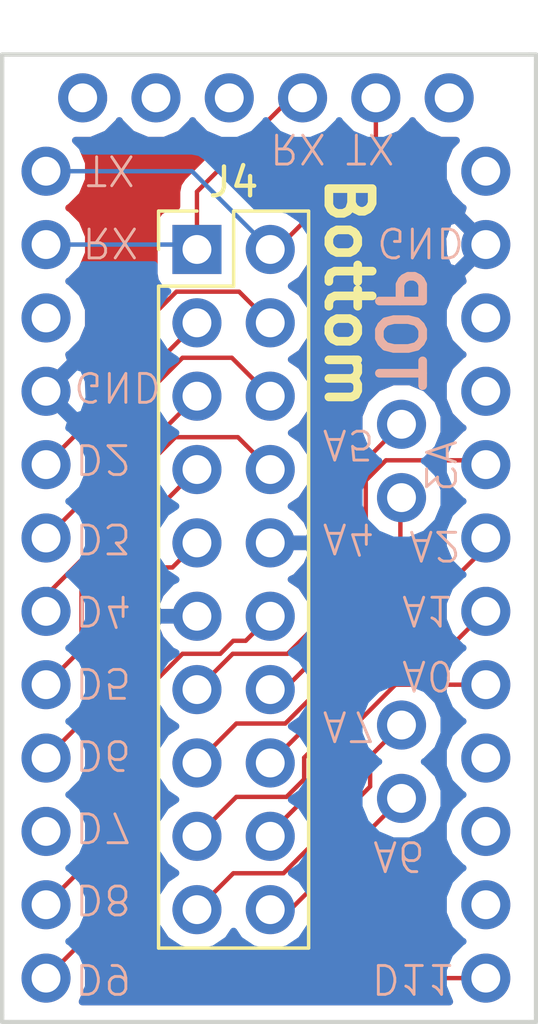
<source format=kicad_pcb>
(kicad_pcb (version 4) (host pcbnew 4.0.6)

  (general
    (links 23)
    (no_connects 0)
    (area 132.0526 75.7826 152.325001 111.4024)
    (thickness 1.6)
    (drawings 37)
    (tracks 105)
    (zones 0)
    (modules 2)
    (nets 32)
  )

  (page A4)
  (layers
    (0 F.Cu signal)
    (31 B.Cu signal)
    (32 B.Adhes user)
    (33 F.Adhes user)
    (34 B.Paste user)
    (35 F.Paste user)
    (36 B.SilkS user)
    (37 F.SilkS user)
    (38 B.Mask user)
    (39 F.Mask user)
    (40 Dwgs.User user)
    (41 Cmts.User user)
    (42 Eco1.User user)
    (43 Eco2.User user)
    (44 Edge.Cuts user)
    (45 Margin user)
    (46 B.CrtYd user)
    (47 F.CrtYd user)
    (48 B.Fab user)
    (49 F.Fab user)
  )

  (setup
    (last_trace_width 0.1524)
    (user_trace_width 1.5)
    (trace_clearance 0.1524)
    (zone_clearance 0.5)
    (zone_45_only no)
    (trace_min 0.1524)
    (segment_width 0.2)
    (edge_width 0.15)
    (via_size 0.6858)
    (via_drill 0.3302)
    (via_min_size 0.6858)
    (via_min_drill 0.3302)
    (user_via 2 1.5)
    (uvia_size 0.762)
    (uvia_drill 0.508)
    (uvias_allowed no)
    (uvia_min_size 0)
    (uvia_min_drill 0)
    (pcb_text_width 0.3)
    (pcb_text_size 1.5 1.5)
    (mod_edge_width 0.15)
    (mod_text_size 1 1)
    (mod_text_width 0.15)
    (pad_size 1.524 1.524)
    (pad_drill 0.762)
    (pad_to_mask_clearance 0.2)
    (aux_axis_origin 0 0)
    (visible_elements 7FFFFFFF)
    (pcbplotparams
      (layerselection 0x010f0_80000001)
      (usegerberextensions false)
      (excludeedgelayer true)
      (linewidth 0.100000)
      (plotframeref false)
      (viasonmask false)
      (mode 1)
      (useauxorigin false)
      (hpglpennumber 1)
      (hpglpenspeed 20)
      (hpglpendiameter 15)
      (hpglpenoverlay 2)
      (psnegative false)
      (psa4output false)
      (plotreference true)
      (plotvalue true)
      (plotinvisibletext false)
      (padsonsilk false)
      (subtractmaskfromsilk false)
      (outputformat 1)
      (mirror false)
      (drillshape 0)
      (scaleselection 1)
      (outputdirectory "Arduino Socket Gerber/"))
  )

  (net 0 "")
  (net 1 GND)
  (net 2 "Net-(J4-Pad1)")
  (net 3 "Net-(J4-Pad2)")
  (net 4 "Net-(J4-Pad3)")
  (net 5 "Net-(J4-Pad4)")
  (net 6 "Net-(J4-Pad5)")
  (net 7 "Net-(J4-Pad6)")
  (net 8 "Net-(J4-Pad7)")
  (net 9 "Net-(J4-Pad8)")
  (net 10 "Net-(J4-Pad9)")
  (net 11 "Net-(J4-Pad12)")
  (net 12 "Net-(J4-Pad13)")
  (net 13 "Net-(J4-Pad14)")
  (net 14 "Net-(J4-Pad15)")
  (net 15 "Net-(J4-Pad16)")
  (net 16 "Net-(J4-Pad17)")
  (net 17 "Net-(J4-Pad18)")
  (net 18 "Net-(J4-Pad19)")
  (net 19 "Net-(J4-Pad20)")
  (net 20 "Net-(U2-Pad15)")
  (net 21 "Net-(U2-Pad11)")
  (net 22 "Net-(U2-Pad10)")
  (net 23 "Net-(U2-Pad9)")
  (net 24 "Net-(U2-Pad4)")
  (net 25 "Net-(U2-Pad3)")
  (net 26 "Net-(U2-Pad1)")
  (net 27 "Net-(U2-Pad25)")
  (net 28 "Net-(U2-Pad26)")
  (net 29 "Net-(U2-Pad27)")
  (net 30 "Net-(U2-Pad30)")
  (net 31 "Net-(U2-Pad22)")

  (net_class Default "This is the default net class."
    (clearance 0.1524)
    (trace_width 0.1524)
    (via_dia 0.6858)
    (via_drill 0.3302)
    (uvia_dia 0.762)
    (uvia_drill 0.508)
    (add_net GND)
    (add_net "Net-(J4-Pad1)")
    (add_net "Net-(J4-Pad12)")
    (add_net "Net-(J4-Pad13)")
    (add_net "Net-(J4-Pad14)")
    (add_net "Net-(J4-Pad15)")
    (add_net "Net-(J4-Pad16)")
    (add_net "Net-(J4-Pad17)")
    (add_net "Net-(J4-Pad18)")
    (add_net "Net-(J4-Pad19)")
    (add_net "Net-(J4-Pad2)")
    (add_net "Net-(J4-Pad20)")
    (add_net "Net-(J4-Pad3)")
    (add_net "Net-(J4-Pad4)")
    (add_net "Net-(J4-Pad5)")
    (add_net "Net-(J4-Pad6)")
    (add_net "Net-(J4-Pad7)")
    (add_net "Net-(J4-Pad8)")
    (add_net "Net-(J4-Pad9)")
    (add_net "Net-(U2-Pad1)")
    (add_net "Net-(U2-Pad10)")
    (add_net "Net-(U2-Pad11)")
    (add_net "Net-(U2-Pad15)")
    (add_net "Net-(U2-Pad22)")
    (add_net "Net-(U2-Pad25)")
    (add_net "Net-(U2-Pad26)")
    (add_net "Net-(U2-Pad27)")
    (add_net "Net-(U2-Pad3)")
    (add_net "Net-(U2-Pad30)")
    (add_net "Net-(U2-Pad4)")
    (add_net "Net-(U2-Pad9)")
  )

  (module Pin_Headers:Pin_Header_Straight_2x10_Pitch2.54mm (layer F.Cu) (tedit 59650532) (tstamp 59794ADC)
    (at 140.75 84.5)
    (descr "Through hole straight pin header, 2x10, 2.54mm pitch, double rows")
    (tags "Through hole pin header THT 2x10 2.54mm double row")
    (path /59793B0C)
    (fp_text reference J4 (at 1.27 -2.33) (layer F.SilkS)
      (effects (font (size 1 1) (thickness 0.15)))
    )
    (fp_text value CONN_02X10 (at 1.27 25.19) (layer F.Fab)
      (effects (font (size 1 1) (thickness 0.15)))
    )
    (fp_line (start 0 -1.27) (end 3.81 -1.27) (layer F.Fab) (width 0.1))
    (fp_line (start 3.81 -1.27) (end 3.81 24.13) (layer F.Fab) (width 0.1))
    (fp_line (start 3.81 24.13) (end -1.27 24.13) (layer F.Fab) (width 0.1))
    (fp_line (start -1.27 24.13) (end -1.27 0) (layer F.Fab) (width 0.1))
    (fp_line (start -1.27 0) (end 0 -1.27) (layer F.Fab) (width 0.1))
    (fp_line (start -1.33 24.19) (end 3.87 24.19) (layer F.SilkS) (width 0.12))
    (fp_line (start -1.33 1.27) (end -1.33 24.19) (layer F.SilkS) (width 0.12))
    (fp_line (start 3.87 -1.33) (end 3.87 24.19) (layer F.SilkS) (width 0.12))
    (fp_line (start -1.33 1.27) (end 1.27 1.27) (layer F.SilkS) (width 0.12))
    (fp_line (start 1.27 1.27) (end 1.27 -1.33) (layer F.SilkS) (width 0.12))
    (fp_line (start 1.27 -1.33) (end 3.87 -1.33) (layer F.SilkS) (width 0.12))
    (fp_line (start -1.33 0) (end -1.33 -1.33) (layer F.SilkS) (width 0.12))
    (fp_line (start -1.33 -1.33) (end 0 -1.33) (layer F.SilkS) (width 0.12))
    (fp_line (start -1.8 -1.8) (end -1.8 24.65) (layer F.CrtYd) (width 0.05))
    (fp_line (start -1.8 24.65) (end 4.35 24.65) (layer F.CrtYd) (width 0.05))
    (fp_line (start 4.35 24.65) (end 4.35 -1.8) (layer F.CrtYd) (width 0.05))
    (fp_line (start 4.35 -1.8) (end -1.8 -1.8) (layer F.CrtYd) (width 0.05))
    (fp_text user %R (at 1.27 11.43 90) (layer F.Fab)
      (effects (font (size 1 1) (thickness 0.15)))
    )
    (pad 1 thru_hole rect (at 0 0) (size 1.7 1.7) (drill 1) (layers *.Cu *.Mask)
      (net 2 "Net-(J4-Pad1)"))
    (pad 2 thru_hole oval (at 2.54 0) (size 1.7 1.7) (drill 1) (layers *.Cu *.Mask)
      (net 3 "Net-(J4-Pad2)"))
    (pad 3 thru_hole oval (at 0 2.54) (size 1.7 1.7) (drill 1) (layers *.Cu *.Mask)
      (net 4 "Net-(J4-Pad3)"))
    (pad 4 thru_hole oval (at 2.54 2.54) (size 1.7 1.7) (drill 1) (layers *.Cu *.Mask)
      (net 5 "Net-(J4-Pad4)"))
    (pad 5 thru_hole oval (at 0 5.08) (size 1.7 1.7) (drill 1) (layers *.Cu *.Mask)
      (net 6 "Net-(J4-Pad5)"))
    (pad 6 thru_hole oval (at 2.54 5.08) (size 1.7 1.7) (drill 1) (layers *.Cu *.Mask)
      (net 7 "Net-(J4-Pad6)"))
    (pad 7 thru_hole oval (at 0 7.62) (size 1.7 1.7) (drill 1) (layers *.Cu *.Mask)
      (net 8 "Net-(J4-Pad7)"))
    (pad 8 thru_hole oval (at 2.54 7.62) (size 1.7 1.7) (drill 1) (layers *.Cu *.Mask)
      (net 9 "Net-(J4-Pad8)"))
    (pad 9 thru_hole oval (at 0 10.16) (size 1.7 1.7) (drill 1) (layers *.Cu *.Mask)
      (net 10 "Net-(J4-Pad9)"))
    (pad 10 thru_hole oval (at 2.54 10.16) (size 1.7 1.7) (drill 1) (layers *.Cu *.Mask)
      (net 1 GND))
    (pad 11 thru_hole oval (at 0 12.7) (size 1.7 1.7) (drill 1) (layers *.Cu *.Mask)
      (net 1 GND))
    (pad 12 thru_hole oval (at 2.54 12.7) (size 1.7 1.7) (drill 1) (layers *.Cu *.Mask)
      (net 11 "Net-(J4-Pad12)"))
    (pad 13 thru_hole oval (at 0 15.24) (size 1.7 1.7) (drill 1) (layers *.Cu *.Mask)
      (net 12 "Net-(J4-Pad13)"))
    (pad 14 thru_hole oval (at 2.54 15.24) (size 1.7 1.7) (drill 1) (layers *.Cu *.Mask)
      (net 13 "Net-(J4-Pad14)"))
    (pad 15 thru_hole oval (at 0 17.78) (size 1.7 1.7) (drill 1) (layers *.Cu *.Mask)
      (net 14 "Net-(J4-Pad15)"))
    (pad 16 thru_hole oval (at 2.54 17.78) (size 1.7 1.7) (drill 1) (layers *.Cu *.Mask)
      (net 15 "Net-(J4-Pad16)"))
    (pad 17 thru_hole oval (at 0 20.32) (size 1.7 1.7) (drill 1) (layers *.Cu *.Mask)
      (net 16 "Net-(J4-Pad17)"))
    (pad 18 thru_hole oval (at 2.54 20.32) (size 1.7 1.7) (drill 1) (layers *.Cu *.Mask)
      (net 17 "Net-(J4-Pad18)"))
    (pad 19 thru_hole oval (at 0 22.86) (size 1.7 1.7) (drill 1) (layers *.Cu *.Mask)
      (net 18 "Net-(J4-Pad19)"))
    (pad 20 thru_hole oval (at 2.54 22.86) (size 1.7 1.7) (drill 1) (layers *.Cu *.Mask)
      (net 19 "Net-(J4-Pad20)"))
    (model ${KISYS3DMOD}/Pin_Headers.3dshapes/Pin_Header_Straight_2x10_Pitch2.54mm.wrl
      (at (xyz 0.05 -0.45 0))
      (scale (xyz 1 1 1))
      (rotate (xyz 0 0 90))
    )
  )

  (module eMW_Charger:eMW-Control-Board-Arduino-Header (layer F.Cu) (tedit 59894C8F) (tstamp 59794D50)
    (at 134.25 111)
    (path /59792C6A)
    (fp_text reference U2 (at -1.27 -2.54 90) (layer F.SilkS) hide
      (effects (font (size 1 1) (thickness 0.15)))
    )
    (fp_text value Arduino-Socket (at 7.62 -34.29) (layer F.Fab)
      (effects (font (size 1 1) (thickness 0.15)))
    )
    (pad 13 thru_hole circle (at 1.27 -1.27) (size 1.7 1.7) (drill 1) (layers *.Cu *.Mask)
      (net 10 "Net-(J4-Pad9)"))
    (pad 14 thru_hole circle (at 1.27 -3.81) (size 1.7 1.7) (drill 1) (layers *.Cu *.Mask)
      (net 8 "Net-(J4-Pad7)"))
    (pad 16 thru_hole circle (at 1.27 -8.89) (size 1.7 1.7) (drill 1) (layers *.Cu *.Mask)
      (net 9 "Net-(J4-Pad8)"))
    (pad 15 thru_hole circle (at 1.27 -6.35) (size 1.7 1.7) (drill 1) (layers *.Cu *.Mask)
      (net 20 "Net-(U2-Pad15)"))
    (pad 17 thru_hole circle (at 1.27 -11.43) (size 1.7 1.7) (drill 1) (layers *.Cu *.Mask)
      (net 6 "Net-(J4-Pad5)"))
    (pad 18 thru_hole circle (at 1.27 -13.97) (size 1.7 1.7) (drill 1) (layers *.Cu *.Mask)
      (net 7 "Net-(J4-Pad6)"))
    (pad 19 thru_hole circle (at 1.27 -16.51) (size 1.7 1.7) (drill 1) (layers *.Cu *.Mask)
      (net 4 "Net-(J4-Pad3)"))
    (pad 20 thru_hole circle (at 1.27 -19.05) (size 1.7 1.7) (drill 1) (layers *.Cu *.Mask)
      (net 5 "Net-(J4-Pad4)"))
    (pad 21 thru_hole circle (at 1.27 -21.59) (size 1.7 1.7) (drill 1) (layers *.Cu *.Mask)
      (net 1 GND))
    (pad 22 thru_hole circle (at 1.27 -24.13) (size 1.7 1.7) (drill 1) (layers *.Cu *.Mask)
      (net 31 "Net-(U2-Pad22)"))
    (pad 23 thru_hole circle (at 1.27 -26.67) (size 1.7 1.7) (drill 1) (layers *.Cu *.Mask)
      (net 2 "Net-(J4-Pad1)"))
    (pad 24 thru_hole circle (at 1.27 -29.21) (size 1.7 1.7) (drill 1) (layers *.Cu *.Mask)
      (net 3 "Net-(J4-Pad2)"))
    (pad 12 thru_hole circle (at 16.51 -1.27) (size 1.7 1.7) (drill 1) (layers *.Cu *.Mask)
      (net 11 "Net-(J4-Pad12)"))
    (pad 11 thru_hole circle (at 16.51 -3.81) (size 1.7 1.7) (drill 1) (layers *.Cu *.Mask)
      (net 21 "Net-(U2-Pad11)"))
    (pad 10 thru_hole circle (at 16.51 -6.35) (size 1.7 1.7) (drill 1) (layers *.Cu *.Mask)
      (net 22 "Net-(U2-Pad10)"))
    (pad 9 thru_hole circle (at 16.51 -8.89) (size 1.7 1.7) (drill 1) (layers *.Cu *.Mask)
      (net 23 "Net-(U2-Pad9)"))
    (pad 8 thru_hole circle (at 16.51 -11.43) (size 1.7 1.7) (drill 1) (layers *.Cu *.Mask)
      (net 17 "Net-(J4-Pad18)"))
    (pad 7 thru_hole circle (at 16.51 -13.97) (size 1.7 1.7) (drill 1) (layers *.Cu *.Mask)
      (net 16 "Net-(J4-Pad17)"))
    (pad 6 thru_hole circle (at 16.51 -16.51) (size 1.7 1.7) (drill 1) (layers *.Cu *.Mask)
      (net 15 "Net-(J4-Pad16)"))
    (pad 5 thru_hole circle (at 16.51 -19.05) (size 1.7 1.7) (drill 1) (layers *.Cu *.Mask)
      (net 13 "Net-(J4-Pad14)"))
    (pad 4 thru_hole circle (at 16.51 -21.59) (size 1.7 1.7) (drill 1) (layers *.Cu *.Mask)
      (net 24 "Net-(U2-Pad4)"))
    (pad 3 thru_hole circle (at 16.51 -24.13) (size 1.7 1.7) (drill 1) (layers *.Cu *.Mask)
      (net 25 "Net-(U2-Pad3)"))
    (pad 2 thru_hole circle (at 16.51 -26.67) (size 1.7 1.7) (drill 1) (layers *.Cu *.Mask)
      (net 1 GND))
    (pad 1 thru_hole circle (at 16.51 -29.21) (size 1.7 1.7) (drill 1) (layers *.Cu *.Mask)
      (net 26 "Net-(U2-Pad1)"))
    (pad 33 thru_hole circle (at 13.589 -7.493) (size 1.7 1.7) (drill 1) (layers *.Cu *.Mask)
      (net 19 "Net-(J4-Pad20)"))
    (pad 34 thru_hole circle (at 13.589 -10.033) (size 1.7 1.7) (drill 1) (layers *.Cu *.Mask)
      (net 18 "Net-(J4-Pad19)"))
    (pad 31 thru_hole circle (at 13.589 -17.907) (size 1.7 1.7) (drill 1) (layers *.Cu *.Mask)
      (net 14 "Net-(J4-Pad15)"))
    (pad 32 thru_hole circle (at 13.589 -20.447) (size 1.7 1.7) (drill 1) (layers *.Cu *.Mask)
      (net 12 "Net-(J4-Pad13)"))
    (pad 25 thru_hole circle (at 2.54 -31.75) (size 1.7 1.7) (drill 1) (layers *.Cu *.Mask)
      (net 27 "Net-(U2-Pad25)"))
    (pad 26 thru_hole circle (at 5.08 -31.75) (size 1.7 1.7) (drill 1) (layers *.Cu *.Mask)
      (net 28 "Net-(U2-Pad26)"))
    (pad 27 thru_hole circle (at 7.62 -31.75) (size 1.7 1.7) (drill 1) (layers *.Cu *.Mask)
      (net 29 "Net-(U2-Pad27)"))
    (pad 28 thru_hole circle (at 10.16 -31.75) (size 1.7 1.7) (drill 1) (layers *.Cu *.Mask)
      (net 2 "Net-(J4-Pad1)"))
    (pad 29 thru_hole circle (at 12.7 -31.75) (size 1.7 1.7) (drill 1) (layers *.Cu *.Mask)
      (net 3 "Net-(J4-Pad2)"))
    (pad 30 thru_hole circle (at 15.24 -31.75) (size 1.7 1.7) (drill 1) (layers *.Cu *.Mask)
      (net 30 "Net-(U2-Pad30)"))
  )

  (gr_line (start 152.5 77.75) (end 152.5 78) (angle 90) (layer Edge.Cuts) (width 0.15))
  (gr_line (start 152.25 77.75) (end 152.5 77.75) (angle 90) (layer Edge.Cuts) (width 0.15))
  (gr_line (start 134 77.75) (end 134.25 77.75) (angle 90) (layer Edge.Cuts) (width 0.15))
  (gr_line (start 134 78) (end 134 77.75) (angle 90) (layer Edge.Cuts) (width 0.15))
  (gr_line (start 134 111.25) (end 134 111) (angle 90) (layer Edge.Cuts) (width 0.15))
  (gr_line (start 134.25 111.25) (end 134 111.25) (angle 90) (layer Edge.Cuts) (width 0.15))
  (gr_line (start 152.5 111.25) (end 152.25 111.25) (angle 90) (layer Edge.Cuts) (width 0.15))
  (gr_line (start 152.5 111) (end 152.5 111.25) (angle 90) (layer Edge.Cuts) (width 0.15))
  (gr_text RX (at 144.25 81 180) (layer B.SilkS)
    (effects (font (size 1 1) (thickness 0.1)) (justify mirror))
  )
  (gr_text RX (at 137.75 84.25 180) (layer B.SilkS)
    (effects (font (size 1 1) (thickness 0.1)) (justify mirror))
  )
  (gr_text TX (at 146.75 81 180) (layer B.SilkS)
    (effects (font (size 1 1) (thickness 0.1)) (justify mirror))
  )
  (gr_text TX (at 137.75 81.75 180) (layer B.SilkS)
    (effects (font (size 1 1) (thickness 0.1)) (justify mirror))
  )
  (gr_text GND (at 148.5 84.25 180) (layer B.SilkS)
    (effects (font (size 1 1) (thickness 0.1)) (justify mirror))
  )
  (gr_text GND (at 138 89.25 180) (layer B.SilkS)
    (effects (font (size 1 1) (thickness 0.1)) (justify mirror))
  )
  (gr_text D11 (at 148.25 109.75 180) (layer B.SilkS)
    (effects (font (size 1 1) (thickness 0.1)) (justify mirror))
  )
  (gr_text D9 (at 137.5 109.75 180) (layer B.SilkS)
    (effects (font (size 1 1) (thickness 0.1)) (justify mirror))
  )
  (gr_text D8 (at 137.5 107 180) (layer B.SilkS)
    (effects (font (size 1 1) (thickness 0.1)) (justify mirror))
  )
  (gr_text D7 (at 137.5 104.5 180) (layer B.SilkS)
    (effects (font (size 1 1) (thickness 0.1)) (justify mirror))
  )
  (gr_text D6 (at 137.5 102 180) (layer B.SilkS)
    (effects (font (size 1 1) (thickness 0.1)) (justify mirror))
  )
  (gr_text D5 (at 137.5 99.5 180) (layer B.SilkS)
    (effects (font (size 1 1) (thickness 0.1)) (justify mirror))
  )
  (gr_text D4 (at 137.5 97 180) (layer B.SilkS)
    (effects (font (size 1 1) (thickness 0.1)) (justify mirror))
  )
  (gr_text D3 (at 137.5 94.5 180) (layer B.SilkS)
    (effects (font (size 1 1) (thickness 0.1)) (justify mirror))
  )
  (gr_text D2 (at 137.5 91.75 180) (layer B.SilkS)
    (effects (font (size 1 1) (thickness 0.1)) (justify mirror))
  )
  (gr_text A7 (at 146 101 180) (layer B.SilkS)
    (effects (font (size 1 1) (thickness 0.1)) (justify mirror))
  )
  (gr_text A6 (at 147.75 105.5 180) (layer B.SilkS)
    (effects (font (size 1 1) (thickness 0.1)) (justify mirror))
  )
  (gr_text A5 (at 146 91.25 180) (layer B.SilkS)
    (effects (font (size 1 1) (thickness 0.1)) (justify mirror))
  )
  (gr_text A4 (at 146 94.5 180) (layer B.SilkS)
    (effects (font (size 1 1) (thickness 0.1)) (justify mirror))
  )
  (gr_text A3 (at 149.25 92 90) (layer B.SilkS)
    (effects (font (size 1 1) (thickness 0.1)) (justify mirror))
  )
  (gr_text A2 (at 149 94.75 180) (layer B.SilkS)
    (effects (font (size 1 1) (thickness 0.1)) (justify mirror))
  )
  (gr_text A1 (at 148.75 97 180) (layer B.SilkS)
    (effects (font (size 1 1) (thickness 0.1)) (justify mirror))
  )
  (gr_text A0 (at 148.75 99.25 180) (layer B.SilkS)
    (effects (font (size 1 1) (thickness 0.1)) (justify mirror))
  )
  (gr_text Bottom (at 146 86 270) (layer F.SilkS)
    (effects (font (size 1.5 1.5) (thickness 0.3)))
  )
  (gr_text TOP (at 147.75 87.25 270) (layer B.SilkS)
    (effects (font (size 1.5 1.5) (thickness 0.3)) (justify mirror))
  )
  (gr_line (start 152.25 77.75) (end 134.25 77.75) (angle 90) (layer Edge.Cuts) (width 0.15))
  (gr_line (start 134 111) (end 134 78) (angle 90) (layer Edge.Cuts) (width 0.15))
  (gr_line (start 152.25 111.25) (end 134.25 111.25) (angle 90) (layer Edge.Cuts) (width 0.15))
  (gr_line (start 152.5 78) (end 152.5 111) (angle 90) (layer Edge.Cuts) (width 0.15))

  (segment (start 135.52 84.33) (end 140.58 84.33) (width 0.1524) (layer B.Cu) (net 2))
  (segment (start 140.58 84.33) (end 140.75 84.5) (width 0.1524) (layer B.Cu) (net 2))
  (segment (start 144.41 79.25) (end 144 79.25) (width 0.1524) (layer F.Cu) (net 2))
  (segment (start 144 79.25) (end 140.75 82.5) (width 0.1524) (layer F.Cu) (net 2) (tstamp 597EC42D))
  (segment (start 140.75 82.5) (end 140.75 84.5) (width 0.1524) (layer F.Cu) (net 2) (tstamp 597EC42E))
  (segment (start 140.58 84.33) (end 140.75 84.5) (width 0.1524) (layer F.Cu) (net 2) (tstamp 59794F29))
  (segment (start 135.52 81.79) (end 140.58 81.79) (width 0.1524) (layer B.Cu) (net 3))
  (segment (start 140.58 81.79) (end 143.29 84.5) (width 0.1524) (layer B.Cu) (net 3))
  (segment (start 143.29 84.5) (end 143.5 84.5) (width 0.1524) (layer F.Cu) (net 3))
  (segment (start 143.5 84.5) (end 146.95 81.05) (width 0.1524) (layer F.Cu) (net 3) (tstamp 597EC428))
  (segment (start 146.95 81.05) (end 146.95 79.25) (width 0.1524) (layer F.Cu) (net 3) (tstamp 597EC429))
  (segment (start 135.52 94.49) (end 137.44519 92.56481) (width 0.1524) (layer F.Cu) (net 4))
  (segment (start 139.900001 87.889999) (end 140.75 87.04) (width 0.1524) (layer F.Cu) (net 4))
  (segment (start 137.44519 92.56481) (end 137.44519 90.34481) (width 0.1524) (layer F.Cu) (net 4))
  (segment (start 137.44519 90.34481) (end 139.900001 87.889999) (width 0.1524) (layer F.Cu) (net 4))
  (segment (start 140.43 87.04) (end 140.75 87.04) (width 0.1524) (layer F.Cu) (net 4))
  (segment (start 135.52 91.95) (end 137 90.47) (width 0.1524) (layer F.Cu) (net 5))
  (segment (start 137 90.47) (end 137 89) (width 0.1524) (layer F.Cu) (net 5))
  (segment (start 137 89) (end 140.038601 85.961399) (width 0.1524) (layer F.Cu) (net 5))
  (segment (start 142.211399 85.961399) (end 142.440001 86.190001) (width 0.1524) (layer F.Cu) (net 5))
  (segment (start 140.038601 85.961399) (end 142.211399 85.961399) (width 0.1524) (layer F.Cu) (net 5))
  (segment (start 142.440001 86.190001) (end 143.29 87.04) (width 0.1524) (layer F.Cu) (net 5))
  (segment (start 139.900001 90.429999) (end 140.75 89.58) (width 0.1524) (layer F.Cu) (net 6))
  (segment (start 136.75 95.681066) (end 138.054811 94.376256) (width 0.1524) (layer F.Cu) (net 6))
  (segment (start 135.52 99.57) (end 136.75 98.34) (width 0.1524) (layer F.Cu) (net 6))
  (segment (start 138.054811 92.275189) (end 139.900001 90.429999) (width 0.1524) (layer F.Cu) (net 6))
  (segment (start 136.75 98.34) (end 136.75 95.681066) (width 0.1524) (layer F.Cu) (net 6))
  (segment (start 138.054811 94.376256) (end 138.054811 92.275189) (width 0.1524) (layer F.Cu) (net 6))
  (segment (start 135.52 97.03) (end 135.52 96.48) (width 0.1524) (layer F.Cu) (net 7))
  (segment (start 137.75 90.75) (end 140.25 88.25) (width 0.1524) (layer F.Cu) (net 7))
  (segment (start 135.52 96.48) (end 137.75 94.25) (width 0.1524) (layer F.Cu) (net 7))
  (segment (start 137.75 94.25) (end 137.75 90.75) (width 0.1524) (layer F.Cu) (net 7))
  (segment (start 140.25 88.25) (end 141.96 88.25) (width 0.1524) (layer F.Cu) (net 7))
  (segment (start 141.96 88.25) (end 142.440001 88.730001) (width 0.1524) (layer F.Cu) (net 7))
  (segment (start 142.440001 88.730001) (end 143.29 89.58) (width 0.1524) (layer F.Cu) (net 7))
  (segment (start 138.664433 94.628768) (end 138.664433 94.205567) (width 0.1524) (layer F.Cu) (net 8))
  (segment (start 135.52 107.19) (end 137.359622 105.350378) (width 0.1524) (layer F.Cu) (net 8))
  (segment (start 137.359622 105.350378) (end 137.359622 95.933578) (width 0.1524) (layer F.Cu) (net 8))
  (segment (start 137.359622 95.933578) (end 138.664433 94.628768) (width 0.1524) (layer F.Cu) (net 8))
  (segment (start 139.900001 92.969999) (end 140.75 92.12) (width 0.1524) (layer F.Cu) (net 8))
  (segment (start 138.664433 94.205567) (end 139.900001 92.969999) (width 0.1524) (layer F.Cu) (net 8))
  (segment (start 135.52 102.11) (end 137.054811 100.575189) (width 0.1524) (layer F.Cu) (net 9))
  (segment (start 138.359622 94.502512) (end 138.359622 92.640378) (width 0.1524) (layer F.Cu) (net 9))
  (segment (start 137.054811 100.575189) (end 137.054811 95.807322) (width 0.1524) (layer F.Cu) (net 9))
  (segment (start 142.17 91) (end 142.440001 91.270001) (width 0.1524) (layer F.Cu) (net 9))
  (segment (start 137.054811 95.807322) (end 138.359622 94.502512) (width 0.1524) (layer F.Cu) (net 9))
  (segment (start 138.359622 92.640378) (end 140 91) (width 0.1524) (layer F.Cu) (net 9))
  (segment (start 140 91) (end 142.17 91) (width 0.1524) (layer F.Cu) (net 9))
  (segment (start 142.440001 91.270001) (end 143.29 92.12) (width 0.1524) (layer F.Cu) (net 9))
  (segment (start 135.52 109.73) (end 137.664433 107.585567) (width 0.1524) (layer F.Cu) (net 10))
  (segment (start 137.664433 107.585567) (end 137.664433 97.085567) (width 0.1524) (layer F.Cu) (net 10))
  (segment (start 137.664433 97.085567) (end 139.240001 95.509999) (width 0.1524) (layer F.Cu) (net 10))
  (segment (start 139.240001 95.509999) (end 139.900001 95.509999) (width 0.1524) (layer F.Cu) (net 10))
  (segment (start 139.900001 95.509999) (end 140.75 94.66) (width 0.1524) (layer F.Cu) (net 10))
  (segment (start 150.76 109.73) (end 139.48 109.73) (width 0.1524) (layer F.Cu) (net 11))
  (segment (start 139.48 109.73) (end 139.25 109.5) (width 0.1524) (layer F.Cu) (net 11))
  (segment (start 142.440001 98.049999) (end 143.29 97.2) (width 0.1524) (layer F.Cu) (net 11))
  (segment (start 139.25 109.5) (end 139.25 106.431066) (width 0.1524) (layer F.Cu) (net 11))
  (segment (start 142.008935 98.049999) (end 142.440001 98.049999) (width 0.1524) (layer F.Cu) (net 11))
  (segment (start 139.25 106.431066) (end 139.400044 106.281022) (width 0.1524) (layer F.Cu) (net 11))
  (segment (start 141.558934 98.5) (end 142.008935 98.049999) (width 0.1524) (layer F.Cu) (net 11))
  (segment (start 139.400044 106.281022) (end 139.400044 99.349956) (width 0.1524) (layer F.Cu) (net 11))
  (segment (start 139.400044 99.349956) (end 140.25 98.5) (width 0.1524) (layer F.Cu) (net 11))
  (segment (start 140.25 98.5) (end 141.558934 98.5) (width 0.1524) (layer F.Cu) (net 11))
  (segment (start 140.75 99.74) (end 141.99 98.5) (width 0.1524) (layer F.Cu) (net 12))
  (segment (start 141.99 98.5) (end 143.89359 98.5) (width 0.1524) (layer F.Cu) (net 12))
  (segment (start 146.1 92.292) (end 147.077001 91.314999) (width 0.1524) (layer F.Cu) (net 12))
  (segment (start 143.89359 98.5) (end 146.1 96.29359) (width 0.1524) (layer F.Cu) (net 12))
  (segment (start 146.1 96.29359) (end 146.1 92.292) (width 0.1524) (layer F.Cu) (net 12))
  (segment (start 147.077001 91.314999) (end 147.839 90.553) (width 0.1524) (layer F.Cu) (net 12))
  (segment (start 150.76 91.95) (end 150.61 91.8) (width 0.1524) (layer F.Cu) (net 13))
  (segment (start 150.61 91.8) (end 147.3 91.8) (width 0.1524) (layer F.Cu) (net 13))
  (segment (start 143.76 99.74) (end 143.29 99.74) (width 0.1524) (layer F.Cu) (net 13))
  (segment (start 147.3 91.8) (end 146.6 92.5) (width 0.1524) (layer F.Cu) (net 13))
  (segment (start 146.6 96.9) (end 143.76 99.74) (width 0.1524) (layer F.Cu) (net 13))
  (segment (start 146.6 92.5) (end 146.6 96.9) (width 0.1524) (layer F.Cu) (net 13))
  (segment (start 147.839 93.093) (end 147.8 93.132) (width 0.1524) (layer F.Cu) (net 14))
  (segment (start 147.8 93.132) (end 147.8 96.927179) (width 0.1524) (layer F.Cu) (net 14))
  (segment (start 142.114999 100.915001) (end 141.599999 101.430001) (width 0.1524) (layer F.Cu) (net 14))
  (segment (start 147.8 96.927179) (end 143.812178 100.915001) (width 0.1524) (layer F.Cu) (net 14))
  (segment (start 143.812178 100.915001) (end 142.114999 100.915001) (width 0.1524) (layer F.Cu) (net 14))
  (segment (start 141.599999 101.430001) (end 140.75 102.28) (width 0.1524) (layer F.Cu) (net 14))
  (segment (start 150.76 94.81) (end 150.76 94.49) (width 0.1524) (layer F.Cu) (net 15))
  (segment (start 143.29 102.28) (end 150.76 94.81) (width 0.1524) (layer F.Cu) (net 15))
  (segment (start 150.76 97.03) (end 149.79 98) (width 0.1524) (layer F.Cu) (net 16))
  (segment (start 149.79 98) (end 148.560828 98) (width 0.1524) (layer F.Cu) (net 16))
  (segment (start 142.114999 103.455001) (end 140.75 104.82) (width 0.1524) (layer F.Cu) (net 16))
  (segment (start 148.560828 98) (end 144.465001 102.095827) (width 0.1524) (layer F.Cu) (net 16))
  (segment (start 144.465001 102.095827) (end 144.465001 102.844001) (width 0.1524) (layer F.Cu) (net 16))
  (segment (start 144.465001 102.844001) (end 143.854001 103.455001) (width 0.1524) (layer F.Cu) (net 16))
  (segment (start 143.854001 103.455001) (end 142.114999 103.455001) (width 0.1524) (layer F.Cu) (net 16))
  (segment (start 143.29 104.82) (end 143.29 104.71) (width 0.1524) (layer F.Cu) (net 17))
  (segment (start 143.29 104.71) (end 145.9 102.1) (width 0.1524) (layer F.Cu) (net 17))
  (segment (start 145.9 102.1) (end 145.9 101.297238) (width 0.1524) (layer F.Cu) (net 17))
  (segment (start 145.9 101.297238) (end 147.627238 99.57) (width 0.1524) (layer F.Cu) (net 17))
  (segment (start 147.627238 99.57) (end 149.68237 99.57) (width 0.1524) (layer F.Cu) (net 17))
  (segment (start 149.68237 99.57) (end 150.76 99.57) (width 0.1524) (layer F.Cu) (net 17))
  (segment (start 140.75 107.36) (end 142.01 106.1) (width 0.1524) (layer F.Cu) (net 18))
  (segment (start 142.01 106.1) (end 143.749002 106.1) (width 0.1524) (layer F.Cu) (net 18))
  (segment (start 143.749002 106.1) (end 146.751999 103.097003) (width 0.1524) (layer F.Cu) (net 18))
  (segment (start 146.751999 103.097003) (end 146.751999 102.054001) (width 0.1524) (layer F.Cu) (net 18))
  (segment (start 147.077001 101.728999) (end 147.839 100.967) (width 0.1524) (layer F.Cu) (net 18))
  (segment (start 146.751999 102.054001) (end 147.077001 101.728999) (width 0.1524) (layer F.Cu) (net 18))
  (segment (start 147.839 103.507) (end 143.986 107.36) (width 0.1524) (layer F.Cu) (net 19))
  (segment (start 143.986 107.36) (end 143.29 107.36) (width 0.1524) (layer F.Cu) (net 19))

  (zone (net 1) (net_name GND) (layer F.Cu) (tstamp 59794F3A) (hatch edge 0.508)
    (connect_pads (clearance 0.5))
    (min_thickness 0.254)
    (fill yes (arc_segments 16) (thermal_gap 0.508) (thermal_bridge_width 0.508))
    (polygon
      (pts
        (xy 152.5 111.25) (xy 134 111.25) (xy 134 77.75) (xy 152.5 77.75)
      )
    )
    (filled_polygon
      (pts
        (xy 139.478355 96.433076) (xy 139.308524 96.84311) (xy 139.429845 97.073) (xy 140.623 97.073) (xy 140.623 97.053)
        (xy 140.877 97.053) (xy 140.877 97.073) (xy 140.897 97.073) (xy 140.897 97.327) (xy 140.877 97.327)
        (xy 140.877 97.347) (xy 140.623 97.347) (xy 140.623 97.327) (xy 139.429845 97.327) (xy 139.308524 97.55689)
        (xy 139.478355 97.966924) (xy 139.626282 98.129243) (xy 138.902807 98.852719) (xy 138.750372 99.080853) (xy 138.696844 99.349956)
        (xy 138.696844 106.017517) (xy 138.600328 106.161963) (xy 138.5468 106.431066) (xy 138.5468 109.5) (xy 138.59255 109.73)
        (xy 138.600328 109.769103) (xy 138.752763 109.997237) (xy 138.982762 110.227237) (xy 139.210897 110.379672) (xy 139.48 110.4332)
        (xy 149.45244 110.4332) (xy 149.499874 110.548) (xy 136.779608 110.548) (xy 136.996743 110.025082) (xy 136.997256 109.437495)
        (xy 136.941623 109.302852) (xy 138.16167 108.082805) (xy 138.314105 107.85467) (xy 138.317088 107.839672) (xy 138.367633 107.585567)
        (xy 138.367633 97.376841) (xy 139.531276 96.213199) (xy 139.678736 96.213199)
      )
    )
    (filled_polygon
      (pts
        (xy 148.23713 80.08556) (xy 148.652254 80.501409) (xy 149.194918 80.726743) (xy 149.734024 80.727214) (xy 149.508591 80.952254)
        (xy 149.283257 81.494918) (xy 149.282744 82.082505) (xy 149.50713 82.62556) (xy 149.922254 83.041409) (xy 149.967755 83.060303)
        (xy 149.895647 83.286042) (xy 150.76 84.150395) (xy 150.774143 84.136253) (xy 150.953748 84.315858) (xy 150.939605 84.33)
        (xy 150.953748 84.344143) (xy 150.774143 84.523748) (xy 150.76 84.509605) (xy 149.895647 85.373958) (xy 149.967624 85.599287)
        (xy 149.92444 85.61713) (xy 149.508591 86.032254) (xy 149.283257 86.574918) (xy 149.282744 87.162505) (xy 149.50713 87.70556)
        (xy 149.922254 88.121409) (xy 149.966463 88.139766) (xy 149.92444 88.15713) (xy 149.508591 88.572254) (xy 149.283257 89.114918)
        (xy 149.282744 89.702505) (xy 149.50713 90.24556) (xy 149.922254 90.661409) (xy 149.966463 90.679766) (xy 149.92444 90.69713)
        (xy 149.524072 91.0968) (xy 149.212466 91.0968) (xy 149.315743 90.848082) (xy 149.316256 90.260495) (xy 149.09187 89.71744)
        (xy 148.676746 89.301591) (xy 148.134082 89.076257) (xy 147.546495 89.075744) (xy 147.00344 89.30013) (xy 146.587591 89.715254)
        (xy 146.362257 90.257918) (xy 146.361744 90.845505) (xy 146.417377 90.980148) (xy 145.602763 91.794763) (xy 145.450328 92.022897)
        (xy 145.3968 92.292) (xy 145.3968 96.002315) (xy 144.696917 96.702198) (xy 144.683506 96.634777) (xy 144.363333 96.155603)
        (xy 144.020061 95.926236) (xy 144.171358 95.855183) (xy 144.561645 95.426924) (xy 144.731476 95.01689) (xy 144.610155 94.787)
        (xy 143.417 94.787) (xy 143.417 94.807) (xy 143.163 94.807) (xy 143.163 94.787) (xy 143.143 94.787)
        (xy 143.143 94.533) (xy 143.163 94.533) (xy 143.163 94.513) (xy 143.417 94.513) (xy 143.417 94.533)
        (xy 144.610155 94.533) (xy 144.731476 94.30311) (xy 144.561645 93.893076) (xy 144.171358 93.464817) (xy 144.020061 93.393764)
        (xy 144.363333 93.164397) (xy 144.683506 92.685223) (xy 144.795936 92.12) (xy 144.683506 91.554777) (xy 144.363333 91.075603)
        (xy 144.025693 90.85) (xy 144.363333 90.624397) (xy 144.683506 90.145223) (xy 144.795936 89.58) (xy 144.683506 89.014777)
        (xy 144.363333 88.535603) (xy 144.025693 88.31) (xy 144.363333 88.084397) (xy 144.683506 87.605223) (xy 144.795936 87.04)
        (xy 144.683506 86.474777) (xy 144.363333 85.995603) (xy 144.025693 85.77) (xy 144.363333 85.544397) (xy 144.683506 85.065223)
        (xy 144.795936 84.5) (xy 144.74592 84.248554) (xy 144.893195 84.101279) (xy 149.263282 84.101279) (xy 149.289685 84.691458)
        (xy 149.464741 85.11408) (xy 149.716042 85.194353) (xy 150.580395 84.33) (xy 149.716042 83.465647) (xy 149.464741 83.54592)
        (xy 149.263282 84.101279) (xy 144.893195 84.101279) (xy 147.447238 81.547237) (xy 147.599672 81.319103) (xy 147.6532 81.05)
        (xy 147.6532 80.55756) (xy 147.78556 80.50287) (xy 148.201409 80.087746) (xy 148.219766 80.043537)
      )
    )
    (filled_polygon
      (pts
        (xy 140.61713 80.08556) (xy 141.032254 80.501409) (xy 141.542319 80.713207) (xy 140.252763 82.002763) (xy 140.100328 82.230897)
        (xy 140.0468 82.5) (xy 140.0468 83.010717) (xy 139.9 83.010717) (xy 139.667648 83.054437) (xy 139.454247 83.191757)
        (xy 139.311083 83.401283) (xy 139.260717 83.65) (xy 139.260717 85.35) (xy 139.304437 85.582352) (xy 139.350926 85.654599)
        (xy 136.502763 88.502763) (xy 136.350328 88.730897) (xy 136.343281 88.766324) (xy 135.699605 89.41) (xy 135.713748 89.424143)
        (xy 135.534143 89.603748) (xy 135.52 89.589605) (xy 135.505858 89.603748) (xy 135.326253 89.424143) (xy 135.340395 89.41)
        (xy 135.326253 89.395858) (xy 135.505858 89.216253) (xy 135.52 89.230395) (xy 136.384353 88.366042) (xy 136.312376 88.140713)
        (xy 136.35556 88.12287) (xy 136.771409 87.707746) (xy 136.996743 87.165082) (xy 136.997256 86.577495) (xy 136.77287 86.03444)
        (xy 136.357746 85.618591) (xy 136.313537 85.600234) (xy 136.35556 85.58287) (xy 136.771409 85.167746) (xy 136.996743 84.625082)
        (xy 136.997256 84.037495) (xy 136.77287 83.49444) (xy 136.357746 83.078591) (xy 136.313537 83.060234) (xy 136.35556 83.04287)
        (xy 136.771409 82.627746) (xy 136.996743 82.085082) (xy 136.997256 81.497495) (xy 136.77287 80.95444) (xy 136.545614 80.726787)
        (xy 137.082505 80.727256) (xy 137.62556 80.50287) (xy 138.041409 80.087746) (xy 138.059766 80.043537) (xy 138.07713 80.08556)
        (xy 138.492254 80.501409) (xy 139.034918 80.726743) (xy 139.622505 80.727256) (xy 140.16556 80.50287) (xy 140.581409 80.087746)
        (xy 140.599766 80.043537)
      )
    )
  )
  (zone (net 1) (net_name GND) (layer B.Cu) (tstamp 59794F3C) (hatch edge 0.508)
    (connect_pads (clearance 0.5))
    (min_thickness 0.254)
    (fill yes (arc_segments 16) (thermal_gap 0.508) (thermal_bridge_width 0.508))
    (polygon
      (pts
        (xy 152.5 111.25) (xy 134 111.25) (xy 134 77.75) (xy 152.5 77.75)
      )
    )
    (filled_polygon
      (pts
        (xy 148.23713 80.08556) (xy 148.652254 80.501409) (xy 149.194918 80.726743) (xy 149.734024 80.727214) (xy 149.508591 80.952254)
        (xy 149.283257 81.494918) (xy 149.282744 82.082505) (xy 149.50713 82.62556) (xy 149.922254 83.041409) (xy 149.967755 83.060303)
        (xy 149.895647 83.286042) (xy 150.76 84.150395) (xy 150.774143 84.136253) (xy 150.953748 84.315858) (xy 150.939605 84.33)
        (xy 150.953748 84.344143) (xy 150.774143 84.523748) (xy 150.76 84.509605) (xy 149.895647 85.373958) (xy 149.967624 85.599287)
        (xy 149.92444 85.61713) (xy 149.508591 86.032254) (xy 149.283257 86.574918) (xy 149.282744 87.162505) (xy 149.50713 87.70556)
        (xy 149.922254 88.121409) (xy 149.966463 88.139766) (xy 149.92444 88.15713) (xy 149.508591 88.572254) (xy 149.283257 89.114918)
        (xy 149.282744 89.702505) (xy 149.50713 90.24556) (xy 149.922254 90.661409) (xy 149.966463 90.679766) (xy 149.92444 90.69713)
        (xy 149.508591 91.112254) (xy 149.283257 91.654918) (xy 149.282744 92.242505) (xy 149.50713 92.78556) (xy 149.922254 93.201409)
        (xy 149.966463 93.219766) (xy 149.92444 93.23713) (xy 149.508591 93.652254) (xy 149.283257 94.194918) (xy 149.282744 94.782505)
        (xy 149.50713 95.32556) (xy 149.922254 95.741409) (xy 149.966463 95.759766) (xy 149.92444 95.77713) (xy 149.508591 96.192254)
        (xy 149.283257 96.734918) (xy 149.282744 97.322505) (xy 149.50713 97.86556) (xy 149.922254 98.281409) (xy 149.966463 98.299766)
        (xy 149.92444 98.31713) (xy 149.508591 98.732254) (xy 149.283257 99.274918) (xy 149.282744 99.862505) (xy 149.50713 100.40556)
        (xy 149.922254 100.821409) (xy 149.966463 100.839766) (xy 149.92444 100.85713) (xy 149.508591 101.272254) (xy 149.283257 101.814918)
        (xy 149.282744 102.402505) (xy 149.50713 102.94556) (xy 149.922254 103.361409) (xy 149.966463 103.379766) (xy 149.92444 103.39713)
        (xy 149.508591 103.812254) (xy 149.283257 104.354918) (xy 149.282744 104.942505) (xy 149.50713 105.48556) (xy 149.922254 105.901409)
        (xy 149.966463 105.919766) (xy 149.92444 105.93713) (xy 149.508591 106.352254) (xy 149.283257 106.894918) (xy 149.282744 107.482505)
        (xy 149.50713 108.02556) (xy 149.922254 108.441409) (xy 149.966463 108.459766) (xy 149.92444 108.47713) (xy 149.508591 108.892254)
        (xy 149.283257 109.434918) (xy 149.282744 110.022505) (xy 149.499874 110.548) (xy 136.779608 110.548) (xy 136.996743 110.025082)
        (xy 136.997256 109.437495) (xy 136.77287 108.89444) (xy 136.357746 108.478591) (xy 136.313537 108.460234) (xy 136.35556 108.44287)
        (xy 136.771409 108.027746) (xy 136.996743 107.485082) (xy 136.997256 106.897495) (xy 136.77287 106.35444) (xy 136.357746 105.938591)
        (xy 136.313537 105.920234) (xy 136.35556 105.90287) (xy 136.771409 105.487746) (xy 136.996743 104.945082) (xy 136.997256 104.357495)
        (xy 136.77287 103.81444) (xy 136.357746 103.398591) (xy 136.313537 103.380234) (xy 136.35556 103.36287) (xy 136.771409 102.947746)
        (xy 136.996743 102.405082) (xy 136.997256 101.817495) (xy 136.77287 101.27444) (xy 136.357746 100.858591) (xy 136.313537 100.840234)
        (xy 136.35556 100.82287) (xy 136.771409 100.407746) (xy 136.996743 99.865082) (xy 136.997256 99.277495) (xy 136.77287 98.73444)
        (xy 136.357746 98.318591) (xy 136.313537 98.300234) (xy 136.35556 98.28287) (xy 136.771409 97.867746) (xy 136.996743 97.325082)
        (xy 136.997256 96.737495) (xy 136.77287 96.19444) (xy 136.357746 95.778591) (xy 136.313537 95.760234) (xy 136.35556 95.74287)
        (xy 136.771409 95.327746) (xy 136.996743 94.785082) (xy 136.997256 94.197495) (xy 136.77287 93.65444) (xy 136.357746 93.238591)
        (xy 136.313537 93.220234) (xy 136.35556 93.20287) (xy 136.771409 92.787746) (xy 136.996743 92.245082) (xy 136.997256 91.657495)
        (xy 136.77287 91.11444) (xy 136.357746 90.698591) (xy 136.312245 90.679697) (xy 136.384353 90.453958) (xy 135.52 89.589605)
        (xy 135.505858 89.603748) (xy 135.326253 89.424143) (xy 135.340395 89.41) (xy 135.699605 89.41) (xy 136.563958 90.274353)
        (xy 136.815259 90.19408) (xy 137.016718 89.638721) (xy 136.990315 89.048542) (xy 136.815259 88.62592) (xy 136.563958 88.545647)
        (xy 135.699605 89.41) (xy 135.340395 89.41) (xy 135.326253 89.395858) (xy 135.505858 89.216253) (xy 135.52 89.230395)
        (xy 136.384353 88.366042) (xy 136.312376 88.140713) (xy 136.35556 88.12287) (xy 136.771409 87.707746) (xy 136.996743 87.165082)
        (xy 136.997256 86.577495) (xy 136.77287 86.03444) (xy 136.357746 85.618591) (xy 136.313537 85.600234) (xy 136.35556 85.58287)
        (xy 136.771409 85.167746) (xy 136.827277 85.0332) (xy 139.260717 85.0332) (xy 139.260717 85.35) (xy 139.304437 85.582352)
        (xy 139.441757 85.795753) (xy 139.651283 85.938917) (xy 139.735869 85.956046) (xy 139.676667 85.995603) (xy 139.356494 86.474777)
        (xy 139.244064 87.04) (xy 139.356494 87.605223) (xy 139.676667 88.084397) (xy 140.014307 88.31) (xy 139.676667 88.535603)
        (xy 139.356494 89.014777) (xy 139.244064 89.58) (xy 139.356494 90.145223) (xy 139.676667 90.624397) (xy 140.014307 90.85)
        (xy 139.676667 91.075603) (xy 139.356494 91.554777) (xy 139.244064 92.12) (xy 139.356494 92.685223) (xy 139.676667 93.164397)
        (xy 140.014307 93.39) (xy 139.676667 93.615603) (xy 139.356494 94.094777) (xy 139.244064 94.66) (xy 139.356494 95.225223)
        (xy 139.676667 95.704397) (xy 140.019939 95.933764) (xy 139.868642 96.004817) (xy 139.478355 96.433076) (xy 139.308524 96.84311)
        (xy 139.429845 97.073) (xy 140.623 97.073) (xy 140.623 97.053) (xy 140.877 97.053) (xy 140.877 97.073)
        (xy 140.897 97.073) (xy 140.897 97.327) (xy 140.877 97.327) (xy 140.877 97.347) (xy 140.623 97.347)
        (xy 140.623 97.327) (xy 139.429845 97.327) (xy 139.308524 97.55689) (xy 139.478355 97.966924) (xy 139.868642 98.395183)
        (xy 140.019939 98.466236) (xy 139.676667 98.695603) (xy 139.356494 99.174777) (xy 139.244064 99.74) (xy 139.356494 100.305223)
        (xy 139.676667 100.784397) (xy 140.014307 101.01) (xy 139.676667 101.235603) (xy 139.356494 101.714777) (xy 139.244064 102.28)
        (xy 139.356494 102.845223) (xy 139.676667 103.324397) (xy 140.014307 103.55) (xy 139.676667 103.775603) (xy 139.356494 104.254777)
        (xy 139.244064 104.82) (xy 139.356494 105.385223) (xy 139.676667 105.864397) (xy 140.014307 106.09) (xy 139.676667 106.315603)
        (xy 139.356494 106.794777) (xy 139.244064 107.36) (xy 139.356494 107.925223) (xy 139.676667 108.404397) (xy 140.155841 108.72457)
        (xy 140.721064 108.837) (xy 140.778936 108.837) (xy 141.344159 108.72457) (xy 141.823333 108.404397) (xy 142.02 108.110063)
        (xy 142.216667 108.404397) (xy 142.695841 108.72457) (xy 143.261064 108.837) (xy 143.318936 108.837) (xy 143.884159 108.72457)
        (xy 144.363333 108.404397) (xy 144.683506 107.925223) (xy 144.795936 107.36) (xy 144.683506 106.794777) (xy 144.363333 106.315603)
        (xy 144.025693 106.09) (xy 144.363333 105.864397) (xy 144.683506 105.385223) (xy 144.795936 104.82) (xy 144.683506 104.254777)
        (xy 144.363333 103.775603) (xy 144.025693 103.55) (xy 144.363333 103.324397) (xy 144.683506 102.845223) (xy 144.795936 102.28)
        (xy 144.683506 101.714777) (xy 144.379304 101.259505) (xy 146.361744 101.259505) (xy 146.58613 101.80256) (xy 147.001254 102.218409)
        (xy 147.045463 102.236766) (xy 147.00344 102.25413) (xy 146.587591 102.669254) (xy 146.362257 103.211918) (xy 146.361744 103.799505)
        (xy 146.58613 104.34256) (xy 147.001254 104.758409) (xy 147.543918 104.983743) (xy 148.131505 104.984256) (xy 148.67456 104.75987)
        (xy 149.090409 104.344746) (xy 149.315743 103.802082) (xy 149.316256 103.214495) (xy 149.09187 102.67144) (xy 148.676746 102.255591)
        (xy 148.632537 102.237234) (xy 148.67456 102.21987) (xy 149.090409 101.804746) (xy 149.315743 101.262082) (xy 149.316256 100.674495)
        (xy 149.09187 100.13144) (xy 148.676746 99.715591) (xy 148.134082 99.490257) (xy 147.546495 99.489744) (xy 147.00344 99.71413)
        (xy 146.587591 100.129254) (xy 146.362257 100.671918) (xy 146.361744 101.259505) (xy 144.379304 101.259505) (xy 144.363333 101.235603)
        (xy 144.025693 101.01) (xy 144.363333 100.784397) (xy 144.683506 100.305223) (xy 144.795936 99.74) (xy 144.683506 99.174777)
        (xy 144.363333 98.695603) (xy 144.025693 98.47) (xy 144.363333 98.244397) (xy 144.683506 97.765223) (xy 144.795936 97.2)
        (xy 144.683506 96.634777) (xy 144.363333 96.155603) (xy 144.020061 95.926236) (xy 144.171358 95.855183) (xy 144.561645 95.426924)
        (xy 144.731476 95.01689) (xy 144.610155 94.787) (xy 143.417 94.787) (xy 143.417 94.807) (xy 143.163 94.807)
        (xy 143.163 94.787) (xy 143.143 94.787) (xy 143.143 94.533) (xy 143.163 94.533) (xy 143.163 94.513)
        (xy 143.417 94.513) (xy 143.417 94.533) (xy 144.610155 94.533) (xy 144.731476 94.30311) (xy 144.561645 93.893076)
        (xy 144.171358 93.464817) (xy 144.020061 93.393764) (xy 144.363333 93.164397) (xy 144.683506 92.685223) (xy 144.795936 92.12)
        (xy 144.683506 91.554777) (xy 144.363333 91.075603) (xy 144.025693 90.85) (xy 144.03242 90.845505) (xy 146.361744 90.845505)
        (xy 146.58613 91.38856) (xy 147.001254 91.804409) (xy 147.045463 91.822766) (xy 147.00344 91.84013) (xy 146.587591 92.255254)
        (xy 146.362257 92.797918) (xy 146.361744 93.385505) (xy 146.58613 93.92856) (xy 147.001254 94.344409) (xy 147.543918 94.569743)
        (xy 148.131505 94.570256) (xy 148.67456 94.34587) (xy 149.090409 93.930746) (xy 149.315743 93.388082) (xy 149.316256 92.800495)
        (xy 149.09187 92.25744) (xy 148.676746 91.841591) (xy 148.632537 91.823234) (xy 148.67456 91.80587) (xy 149.090409 91.390746)
        (xy 149.315743 90.848082) (xy 149.316256 90.260495) (xy 149.09187 89.71744) (xy 148.676746 89.301591) (xy 148.134082 89.076257)
        (xy 147.546495 89.075744) (xy 147.00344 89.30013) (xy 146.587591 89.715254) (xy 146.362257 90.257918) (xy 146.361744 90.845505)
        (xy 144.03242 90.845505) (xy 144.363333 90.624397) (xy 144.683506 90.145223) (xy 144.795936 89.58) (xy 144.683506 89.014777)
        (xy 144.363333 88.535603) (xy 144.025693 88.31) (xy 144.363333 88.084397) (xy 144.683506 87.605223) (xy 144.795936 87.04)
        (xy 144.683506 86.474777) (xy 144.363333 85.995603) (xy 144.025693 85.77) (xy 144.363333 85.544397) (xy 144.683506 85.065223)
        (xy 144.795936 84.5) (xy 144.716626 84.101279) (xy 149.263282 84.101279) (xy 149.289685 84.691458) (xy 149.464741 85.11408)
        (xy 149.716042 85.194353) (xy 150.580395 84.33) (xy 149.716042 83.465647) (xy 149.464741 83.54592) (xy 149.263282 84.101279)
        (xy 144.716626 84.101279) (xy 144.683506 83.934777) (xy 144.363333 83.455603) (xy 143.884159 83.13543) (xy 143.318936 83.023)
        (xy 143.261064 83.023) (xy 142.88273 83.098255) (xy 141.077237 81.292763) (xy 140.849103 81.140328) (xy 140.58 81.0868)
        (xy 136.82756 81.0868) (xy 136.77287 80.95444) (xy 136.545614 80.726787) (xy 137.082505 80.727256) (xy 137.62556 80.50287)
        (xy 138.041409 80.087746) (xy 138.059766 80.043537) (xy 138.07713 80.08556) (xy 138.492254 80.501409) (xy 139.034918 80.726743)
        (xy 139.622505 80.727256) (xy 140.16556 80.50287) (xy 140.581409 80.087746) (xy 140.599766 80.043537) (xy 140.61713 80.08556)
        (xy 141.032254 80.501409) (xy 141.574918 80.726743) (xy 142.162505 80.727256) (xy 142.70556 80.50287) (xy 143.121409 80.087746)
        (xy 143.139766 80.043537) (xy 143.15713 80.08556) (xy 143.572254 80.501409) (xy 144.114918 80.726743) (xy 144.702505 80.727256)
        (xy 145.24556 80.50287) (xy 145.661409 80.087746) (xy 145.679766 80.043537) (xy 145.69713 80.08556) (xy 146.112254 80.501409)
        (xy 146.654918 80.726743) (xy 147.242505 80.727256) (xy 147.78556 80.50287) (xy 148.201409 80.087746) (xy 148.219766 80.043537)
      )
    )
  )
)

</source>
